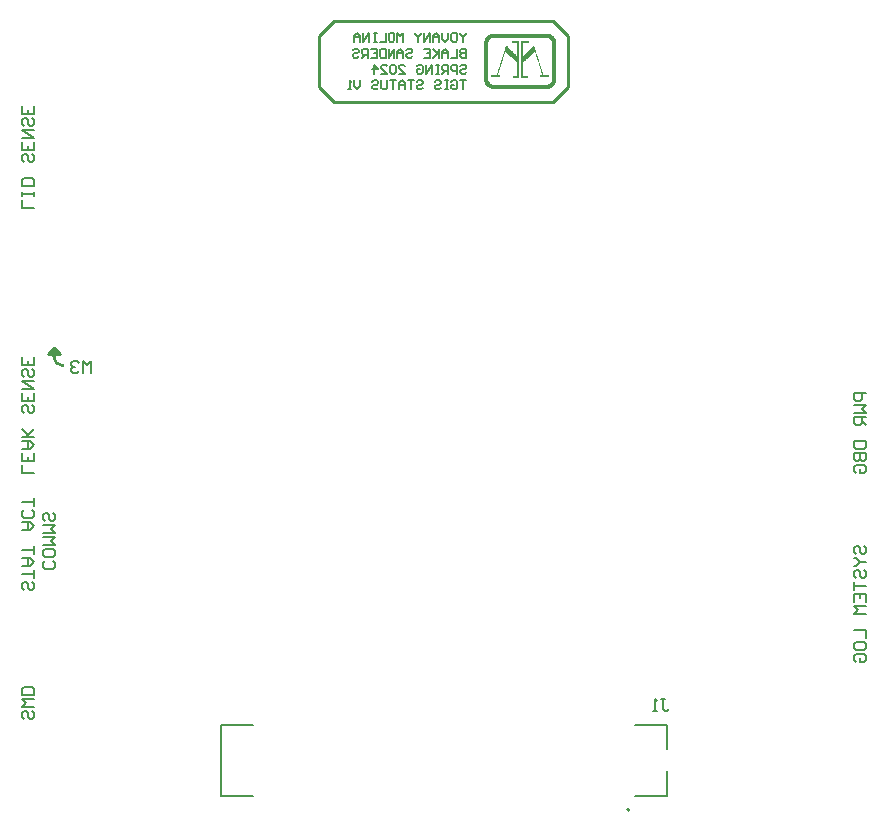
<source format=gbo>
G04*
G04 #@! TF.GenerationSoftware,Altium Limited,Altium Designer,24.2.2 (26)*
G04*
G04 Layer_Color=32896*
%FSLAX44Y44*%
%MOMM*%
G71*
G04*
G04 #@! TF.SameCoordinates,F7EBB540-B4CE-4F1F-BB4A-EDFB59B12267*
G04*
G04*
G04 #@! TF.FilePolarity,Positive*
G04*
G01*
G75*
%ADD10C,0.2000*%
%ADD12C,0.1524*%
%ADD13C,0.2540*%
%ADD14C,0.1270*%
%ADD114C,0.1778*%
%ADD115C,0.1693*%
G36*
X419135Y665620D02*
X419885D01*
Y665370D01*
X420635D01*
Y665120D01*
X421135D01*
Y664870D01*
X421635D01*
Y664620D01*
X421885D01*
Y664370D01*
X422385D01*
Y664120D01*
X422635D01*
Y663870D01*
X422885Y663870D01*
Y663620D01*
X423135D01*
Y663370D01*
X423385D01*
Y663120D01*
X423635D01*
Y662870D01*
X423885D01*
X423885Y662370D01*
X424135D01*
Y662120D01*
X424385D01*
Y661620D01*
X424635D01*
Y661120D01*
X424885D01*
Y660370D01*
X425135D01*
Y659370D01*
X425385D01*
Y625620D01*
X425135D01*
Y624620D01*
X424885Y624620D01*
Y624120D01*
X424635D01*
X424635Y623370D01*
X424385D01*
Y623120D01*
X424135D01*
Y622620D01*
X423885D01*
X423885Y622370D01*
X423635D01*
Y621870D01*
X423385D01*
Y621620D01*
X423135D01*
X423135Y621370D01*
X422885D01*
Y621120D01*
X422635D01*
Y620870D01*
X422135D01*
Y620620D01*
X421885D01*
Y620370D01*
X421385Y620370D01*
Y620120D01*
X420885D01*
Y619870D01*
X420385D01*
Y619620D01*
X419885D01*
X419885Y619370D01*
X418885D01*
Y619120D01*
X370635D01*
Y619370D01*
X369885Y619370D01*
Y619620D01*
X369135Y619620D01*
Y619870D01*
X368635Y619870D01*
Y620120D01*
X368135Y620120D01*
Y620370D01*
X367635D01*
Y620620D01*
X367385D01*
Y620870D01*
X367135D01*
Y621120D01*
X366885D01*
Y621370D01*
X366635D01*
Y621620D01*
X366385D01*
Y621870D01*
X366135Y621870D01*
Y622120D01*
X365885D01*
Y622370D01*
X365635D01*
Y622870D01*
X365385D01*
Y623120D01*
X365135D01*
Y623620D01*
X364885D01*
Y624120D01*
X364635D01*
X364635Y624870D01*
X364385D01*
Y626120D01*
X364135D01*
Y639870D01*
Y640120D01*
Y658870D01*
X364385Y658870D01*
Y660120D01*
X364635D01*
Y660870D01*
X364885D01*
Y661370D01*
X365135D01*
Y661870D01*
X365385D01*
Y662370D01*
X365635D01*
Y662620D01*
X365885D01*
Y662870D01*
X366135D01*
Y663370D01*
X366385D01*
Y663620D01*
X366635D01*
Y663870D01*
X366885D01*
Y664120D01*
X367385Y664120D01*
X367385Y664370D01*
X367635D01*
Y664620D01*
X368135D01*
Y664870D01*
X368385D01*
Y665120D01*
X368885D01*
Y665370D01*
X369635D01*
Y665620D01*
X370385D01*
Y665870D01*
X419135D01*
Y665620D01*
D02*
G37*
G36*
X5080Y394970D02*
X-5080D01*
X-0Y400050D01*
X5080Y394970D01*
D02*
G37*
%LPC*%
G36*
X417635Y662370D02*
X371885D01*
Y662120D01*
X370635D01*
Y661870D01*
X370135D01*
Y661620D01*
X369885D01*
Y661370D01*
X369385D01*
Y661120D01*
X369135D01*
Y660870D01*
X368885D01*
Y660620D01*
X368635D01*
Y660120D01*
X368385D01*
Y659620D01*
X368135D01*
Y659120D01*
X367885D01*
Y625870D01*
X368135D01*
Y625370D01*
X368385D01*
Y624870D01*
X368635D01*
Y624620D01*
X368885D01*
Y624120D01*
X369135D01*
Y623870D01*
X369635D01*
Y623620D01*
X369885D01*
Y623370D01*
X370385D01*
Y623120D01*
X370885D01*
Y622870D01*
X372385D01*
Y622620D01*
X417135D01*
Y622870D01*
X418635D01*
Y623120D01*
X419385D01*
Y623370D01*
X419635D01*
Y623620D01*
X420135D01*
Y623870D01*
X420385D01*
Y624120D01*
X420635D01*
Y624370D01*
X420885D01*
Y624870D01*
X421135D01*
Y625120D01*
X421385D01*
Y625870D01*
X421635D01*
Y627120D01*
X421885D01*
Y657870D01*
X421635D01*
Y659370D01*
X421385D01*
Y659870D01*
X421135D01*
Y660370D01*
X420885D01*
Y660620D01*
X420635D01*
Y660870D01*
X420385D01*
Y661120D01*
X420135D01*
Y661370D01*
X419885D01*
Y661620D01*
X419385D01*
Y661870D01*
X418885D01*
Y662120D01*
X417635D01*
Y662370D01*
D02*
G37*
%LPD*%
G36*
X393885Y628120D02*
X388385D01*
Y629870D01*
X392135D01*
Y641620D01*
X391885D01*
Y641870D01*
X391635D01*
Y642120D01*
X391385D01*
Y642370D01*
X391135D01*
Y642620D01*
X390885D01*
Y642870D01*
X390635D01*
Y643120D01*
X390385D01*
Y643370D01*
X389885D01*
Y643620D01*
X389635D01*
Y643870D01*
X389385D01*
Y644120D01*
X389135D01*
Y644370D01*
X388885D01*
Y644620D01*
X388635D01*
Y644870D01*
X388385D01*
Y645120D01*
X388135Y645120D01*
Y645370D01*
X387885D01*
Y645620D01*
X387635D01*
Y645870D01*
X387135D01*
Y646120D01*
X386885D01*
Y646370D01*
X386635D01*
Y646620D01*
X386385D01*
Y646870D01*
X386135Y646870D01*
Y647120D01*
X385885D01*
Y647370D01*
X385635D01*
Y647620D01*
X385385D01*
Y647870D01*
X385135D01*
X385135Y648120D01*
X384885D01*
X384885Y648370D01*
X384385Y648370D01*
Y648620D01*
X384135D01*
Y648870D01*
X383885D01*
Y649120D01*
X383635D01*
Y649370D01*
X383385D01*
X383385Y649620D01*
X383135D01*
Y649870D01*
X382885D01*
Y650120D01*
X382635D01*
Y650370D01*
X382135D01*
Y649870D01*
X381885D01*
Y649120D01*
X381635D01*
X381635Y648370D01*
X381385D01*
Y647620D01*
X381135D01*
Y646870D01*
X380885Y646870D01*
X380885Y645870D01*
X380635D01*
Y645120D01*
X380385Y645120D01*
Y644370D01*
X380135D01*
X380135Y643620D01*
X379885D01*
Y642870D01*
X379635D01*
Y642120D01*
X379385D01*
Y641370D01*
X379135D01*
Y640370D01*
X378885D01*
Y639620D01*
X378635D01*
Y638870D01*
X378385D01*
X378385Y638120D01*
X378135D01*
Y637370D01*
X377885Y637370D01*
Y636620D01*
X377635D01*
Y635870D01*
X377385Y635870D01*
X377385Y635120D01*
X377135D01*
X377135Y634120D01*
X376885D01*
Y633370D01*
X376635D01*
Y632620D01*
X376385D01*
Y631870D01*
X376135D01*
Y631120D01*
X375885D01*
Y630870D01*
X377635D01*
Y629120D01*
X370385D01*
Y630870D01*
X375135D01*
Y631870D01*
X375385D01*
Y632620D01*
X375635D01*
X375635Y633370D01*
X375885D01*
Y634120D01*
X376135D01*
Y634870D01*
X376385D01*
Y635620D01*
X376635Y635620D01*
Y636370D01*
X376885D01*
Y637120D01*
X377135D01*
X377135Y637870D01*
X377385D01*
X377385Y638620D01*
X377635D01*
X377635Y639620D01*
X377885D01*
Y640370D01*
X378135D01*
Y641120D01*
X378385D01*
Y641870D01*
X378635D01*
Y642620D01*
X378885D01*
Y643370D01*
X379135D01*
Y644120D01*
X379385D01*
Y644870D01*
X379635D01*
Y645870D01*
X379885Y645870D01*
X379885Y646620D01*
X380135D01*
Y647370D01*
X380385D01*
Y648120D01*
X380635D01*
Y648870D01*
X380885D01*
X380885Y649620D01*
X381135D01*
Y650370D01*
X381385D01*
Y651120D01*
X381635D01*
Y651870D01*
X381885D01*
Y652870D01*
X382135D01*
Y653620D01*
X382385D01*
Y654370D01*
X382635D01*
X382635Y655120D01*
X382885D01*
Y655870D01*
X383385D01*
Y655620D01*
X383635D01*
Y655370D01*
X383885D01*
Y655120D01*
X384135D01*
Y654870D01*
X384385D01*
Y654620D01*
X384635D01*
Y654370D01*
X384885D01*
Y654120D01*
X385135D01*
Y653870D01*
X385385Y653870D01*
Y653620D01*
X385635D01*
Y653370D01*
X385885D01*
Y653120D01*
X386135D01*
Y652870D01*
X386385D01*
Y652620D01*
X386635D01*
Y652370D01*
X386885D01*
Y652120D01*
X387135D01*
Y651870D01*
X387385D01*
Y651620D01*
X387635D01*
Y651370D01*
X387885D01*
X387885Y651120D01*
X388135D01*
Y650870D01*
X388385D01*
Y650620D01*
X388635D01*
Y650370D01*
X388885D01*
Y650120D01*
X389135D01*
Y649870D01*
X389385D01*
Y649620D01*
X389635D01*
Y649370D01*
X389885D01*
Y649120D01*
X390135D01*
Y648870D01*
X390385D01*
X390385Y648620D01*
X390635D01*
Y648370D01*
X390885D01*
Y648120D01*
X391135D01*
X391135Y647870D01*
X391385D01*
Y647620D01*
X391635D01*
Y647370D01*
X391885D01*
Y647120D01*
X392135D01*
Y657870D01*
X387635D01*
Y659620D01*
X393885D01*
Y628120D01*
D02*
G37*
G36*
X401885Y657870D02*
X397635D01*
Y657620D01*
X397385D01*
Y647370D01*
X397885D01*
Y647620D01*
X398135D01*
Y647870D01*
X398385D01*
Y648120D01*
X398635D01*
Y648370D01*
X398885D01*
Y648620D01*
X399135D01*
Y648870D01*
X399385D01*
Y649120D01*
X399635D01*
X399635Y649370D01*
X399885Y649370D01*
Y649620D01*
X400135D01*
Y649870D01*
X400385D01*
Y650120D01*
X400635D01*
Y650370D01*
X400885D01*
Y650620D01*
X401135D01*
Y650870D01*
X401385D01*
Y651120D01*
X401635D01*
Y651370D01*
X401885D01*
Y651620D01*
X402135D01*
X402135Y651870D01*
X402385D01*
Y652120D01*
X402635Y652120D01*
Y652370D01*
X402885D01*
Y652620D01*
X403135D01*
Y652870D01*
X403385D01*
Y653120D01*
X403635D01*
Y653370D01*
X403885D01*
Y653620D01*
X404135D01*
Y653870D01*
X404385D01*
Y654120D01*
X404635D01*
Y654370D01*
X404885D01*
X404885Y654620D01*
X405135Y654620D01*
Y654870D01*
X405385D01*
Y655120D01*
X405635D01*
Y655370D01*
X405885D01*
Y655620D01*
X406135D01*
Y655870D01*
X406635D01*
Y655370D01*
X406885D01*
Y654620D01*
X407135D01*
Y653870D01*
X407385D01*
X407385Y652870D01*
X407635Y652870D01*
Y652120D01*
X407885Y652120D01*
Y651370D01*
X408135D01*
Y650620D01*
X408385D01*
Y649870D01*
X408635D01*
X408635Y649120D01*
X408885D01*
Y648370D01*
X409135D01*
X409135Y647620D01*
X409385D01*
Y646870D01*
X409635D01*
Y645870D01*
X409885D01*
Y645120D01*
X410135Y645120D01*
Y644370D01*
X410385Y644370D01*
Y643620D01*
X410635D01*
Y642870D01*
X410885D01*
Y642120D01*
X411135D01*
Y641370D01*
X411385D01*
Y640620D01*
X411635D01*
X411635Y639870D01*
X411885D01*
Y638870D01*
X412135D01*
Y638120D01*
X412385D01*
Y637370D01*
X412635Y637370D01*
Y636620D01*
X412885D01*
Y635870D01*
X413135D01*
X413135Y635120D01*
X413385D01*
X413385Y634370D01*
X413635D01*
Y633620D01*
X413885D01*
Y632870D01*
X414135D01*
Y631870D01*
X414385D01*
Y631120D01*
X414635D01*
Y630870D01*
X419135D01*
Y629120D01*
X411885D01*
Y630870D01*
X413635D01*
Y631370D01*
X413385Y631370D01*
Y632120D01*
X413135D01*
Y632870D01*
X412885Y632870D01*
Y633620D01*
X412635D01*
Y634370D01*
X412385D01*
Y635120D01*
X412135D01*
Y635870D01*
X411885D01*
Y636870D01*
X411635D01*
Y637620D01*
X411385D01*
Y638370D01*
X411135Y638370D01*
Y639120D01*
X410885D01*
Y639870D01*
X410635Y639870D01*
Y640620D01*
X410385D01*
Y641620D01*
X410135Y641620D01*
Y642370D01*
X409885D01*
X409885Y643120D01*
X409635D01*
Y643870D01*
X409385D01*
Y644620D01*
X409135D01*
Y645370D01*
X408885D01*
Y646120D01*
X408635Y646120D01*
Y647120D01*
X408385D01*
Y647870D01*
X408135D01*
Y648620D01*
X407885D01*
Y649370D01*
X407635Y649370D01*
Y650120D01*
X407385D01*
Y650370D01*
X407135D01*
Y650120D01*
X406635D01*
Y649870D01*
X406385D01*
Y649620D01*
X406135D01*
Y649370D01*
X405885D01*
X405885Y649120D01*
X405635D01*
Y648870D01*
X405385D01*
Y648620D01*
X405135D01*
Y648370D01*
X404885Y648370D01*
Y648120D01*
X404635D01*
Y647870D01*
X404385D01*
Y647620D01*
X403885D01*
Y647370D01*
X403635D01*
Y647120D01*
X403385D01*
Y646870D01*
X403135D01*
Y646620D01*
X402885D01*
Y646370D01*
X402635D01*
Y646120D01*
X402385D01*
Y645870D01*
X402135D01*
Y645620D01*
X401885D01*
Y645370D01*
X401635D01*
Y645120D01*
X401135D01*
Y644870D01*
X400885D01*
Y644620D01*
X400635D01*
Y644370D01*
X400385D01*
Y644120D01*
X400135D01*
Y643870D01*
X399885D01*
Y643620D01*
X399635D01*
X399635Y643370D01*
X399385D01*
Y643120D01*
X399135D01*
Y642870D01*
X398885D01*
Y642620D01*
X398385D01*
Y642370D01*
X398135Y642370D01*
Y642120D01*
X397885D01*
Y641870D01*
X397635D01*
Y641620D01*
X397385D01*
Y630120D01*
X397635Y630120D01*
Y629870D01*
X401135D01*
Y628120D01*
X395635Y628120D01*
Y628870D01*
Y629120D01*
Y659620D01*
X401885D01*
Y657870D01*
D02*
G37*
D10*
X487200Y8800D02*
G03*
X487200Y8800I-1000J0D01*
G01*
D12*
X678857Y225200D02*
X677164Y226893D01*
Y230278D01*
X678857Y231971D01*
X680550D01*
X682242Y230278D01*
Y226893D01*
X683935Y225200D01*
X685628D01*
X687321Y226893D01*
Y230278D01*
X685628Y231971D01*
X677164Y221814D02*
X678857D01*
X682242Y218428D01*
X678857Y215043D01*
X677164D01*
X682242Y218428D02*
X687321D01*
X678857Y204886D02*
X677164Y206579D01*
Y209965D01*
X678857Y211657D01*
X680550D01*
X682242Y209965D01*
Y206579D01*
X683935Y204886D01*
X685628D01*
X687321Y206579D01*
Y209965D01*
X685628Y211657D01*
X677164Y201501D02*
Y194729D01*
Y198115D01*
X687321D01*
X677164Y184573D02*
Y191344D01*
X687321D01*
Y184573D01*
X682242Y191344D02*
Y187958D01*
X687321Y181187D02*
X677164D01*
X680550Y177802D01*
X677164Y174416D01*
X687321D01*
X677164Y160874D02*
X687321D01*
Y154103D01*
X677164Y145639D02*
Y149024D01*
X678857Y150717D01*
X685628D01*
X687321Y149024D01*
Y145639D01*
X685628Y143946D01*
X678857D01*
X677164Y145639D01*
X678857Y133789D02*
X677164Y135482D01*
Y138868D01*
X678857Y140560D01*
X685628D01*
X687321Y138868D01*
Y135482D01*
X685628Y133789D01*
X682242D01*
Y137175D01*
X-16764Y518174D02*
X-26921D01*
Y524945D01*
X-16764Y528331D02*
Y531716D01*
Y530023D01*
X-26921D01*
Y528331D01*
Y531716D01*
X-16764Y536795D02*
X-26921D01*
Y541873D01*
X-25228Y543566D01*
X-18457D01*
X-16764Y541873D01*
Y536795D01*
X-18457Y563879D02*
X-16764Y562186D01*
Y558801D01*
X-18457Y557108D01*
X-20150D01*
X-21842Y558801D01*
Y562186D01*
X-23535Y563879D01*
X-25228D01*
X-26921Y562186D01*
Y558801D01*
X-25228Y557108D01*
X-16764Y574036D02*
Y567265D01*
X-26921D01*
Y574036D01*
X-21842Y567265D02*
Y570650D01*
X-26921Y577421D02*
X-16764D01*
X-26921Y584193D01*
X-16764D01*
X-18457Y594349D02*
X-16764Y592657D01*
Y589271D01*
X-18457Y587578D01*
X-20150D01*
X-21842Y589271D01*
Y592657D01*
X-23535Y594349D01*
X-25228D01*
X-26921Y592657D01*
Y589271D01*
X-25228Y587578D01*
X-16764Y604506D02*
Y597735D01*
X-26921D01*
Y604506D01*
X-21842Y597735D02*
Y601120D01*
X-16764Y293809D02*
X-26921D01*
Y300580D01*
X-16764Y310737D02*
Y303966D01*
X-26921D01*
Y310737D01*
X-21842Y303966D02*
Y307351D01*
X-26921Y314123D02*
X-20150D01*
X-16764Y317508D01*
X-20150Y320894D01*
X-26921D01*
X-21842D01*
Y314123D01*
X-16764Y324279D02*
X-26921D01*
X-23535D01*
X-16764Y331050D01*
X-21842Y325972D01*
X-26921Y331050D01*
X-18457Y351364D02*
X-16764Y349671D01*
Y346286D01*
X-18457Y344593D01*
X-20150D01*
X-21842Y346286D01*
Y349671D01*
X-23535Y351364D01*
X-25228D01*
X-26921Y349671D01*
Y346286D01*
X-25228Y344593D01*
X-16764Y361521D02*
Y354749D01*
X-26921D01*
Y361521D01*
X-21842Y354749D02*
Y358135D01*
X-26921Y364906D02*
X-16764D01*
X-26921Y371677D01*
X-16764D01*
X-18457Y381834D02*
X-16764Y380141D01*
Y376756D01*
X-18457Y375063D01*
X-20150D01*
X-21842Y376756D01*
Y380141D01*
X-23535Y381834D01*
X-25228D01*
X-26921Y380141D01*
Y376756D01*
X-25228Y375063D01*
X-16764Y391991D02*
Y385220D01*
X-26921D01*
Y391991D01*
X-21842Y385220D02*
Y388605D01*
X-18457Y92289D02*
X-16764Y90596D01*
Y87211D01*
X-18457Y85518D01*
X-20150D01*
X-21842Y87211D01*
Y90596D01*
X-23535Y92289D01*
X-25228D01*
X-26921Y90596D01*
Y87211D01*
X-25228Y85518D01*
X-16764Y95674D02*
X-26921D01*
X-23535Y99060D01*
X-26921Y102445D01*
X-16764D01*
Y105831D02*
X-26921D01*
Y110910D01*
X-25228Y112602D01*
X-18457D01*
X-16764Y110910D01*
Y105831D01*
X687321Y361516D02*
X677164D01*
Y356437D01*
X678857Y354745D01*
X682242D01*
X683935Y356437D01*
Y361516D01*
X677164Y351359D02*
X687321D01*
X683935Y347974D01*
X687321Y344588D01*
X677164D01*
X687321Y341202D02*
X677164D01*
Y336124D01*
X678857Y334431D01*
X682242D01*
X683935Y336124D01*
Y341202D01*
Y337817D02*
X687321Y334431D01*
X677164Y320889D02*
X687321D01*
Y315811D01*
X685628Y314118D01*
X678857D01*
X677164Y315811D01*
Y320889D01*
Y310732D02*
X687321D01*
Y305654D01*
X685628Y303961D01*
X683935D01*
X682242Y305654D01*
Y310732D01*
Y305654D01*
X680550Y303961D01*
X678857D01*
X677164Y305654D01*
Y310732D01*
X678857Y293804D02*
X677164Y295497D01*
Y298883D01*
X678857Y300575D01*
X685628D01*
X687321Y298883D01*
Y295497D01*
X685628Y293804D01*
X682242D01*
Y297190D01*
X-26921Y245538D02*
X-20150D01*
X-16764Y248923D01*
X-20150Y252309D01*
X-26921D01*
X-21842D01*
Y245538D01*
X-18457Y262465D02*
X-16764Y260773D01*
Y257387D01*
X-18457Y255694D01*
X-25228D01*
X-26921Y257387D01*
Y260773D01*
X-25228Y262465D01*
X-16764Y265851D02*
Y272622D01*
Y269237D01*
X-26921D01*
X-18457Y201511D02*
X-16764Y199818D01*
Y196432D01*
X-18457Y194739D01*
X-20150D01*
X-21842Y196432D01*
Y199818D01*
X-23535Y201511D01*
X-25228D01*
X-26921Y199818D01*
Y196432D01*
X-25228Y194739D01*
X-16764Y204896D02*
Y211667D01*
Y208282D01*
X-26921D01*
Y215053D02*
X-20150D01*
X-16764Y218438D01*
X-20150Y221824D01*
X-26921D01*
X-21842D01*
Y215053D01*
X-16764Y225210D02*
Y231981D01*
Y228595D01*
X-26921D01*
X-677Y219292D02*
X1016Y217599D01*
Y214214D01*
X-677Y212521D01*
X-7448D01*
X-9141Y214214D01*
Y217599D01*
X-7448Y219292D01*
X1016Y227756D02*
Y224370D01*
X-677Y222678D01*
X-7448D01*
X-9141Y224370D01*
Y227756D01*
X-7448Y229449D01*
X-677D01*
X1016Y227756D01*
X-9141Y232834D02*
X1016D01*
X-2370Y236220D01*
X1016Y239606D01*
X-9141D01*
Y242991D02*
X1016D01*
X-2370Y246377D01*
X1016Y249762D01*
X-9141D01*
X-677Y259919D02*
X1016Y258226D01*
Y254841D01*
X-677Y253148D01*
X-2370D01*
X-4062Y254841D01*
Y258226D01*
X-5755Y259919D01*
X-7448D01*
X-9141Y258226D01*
Y254841D01*
X-7448Y253148D01*
X513675Y102359D02*
X517060D01*
X515368D01*
Y93895D01*
X517060Y92202D01*
X518753D01*
X520446Y93895D01*
X510289Y92202D02*
X506904D01*
X508596D01*
Y102359D01*
X510289Y100666D01*
D13*
X-0Y392430D02*
G03*
X7620Y384810I7620J0D01*
G01*
X-5080Y394970D02*
X5080D01*
X-0Y400050D02*
X5080Y394970D01*
X-0Y392430D02*
Y394970D01*
X-5080D02*
X-0Y400050D01*
X224790Y621030D02*
X224790Y664210D01*
X237490Y608330D02*
X422910Y608330D01*
X224790Y621030D02*
X237490Y608330D01*
X224790Y664210D02*
X237490Y676910D01*
X422910D02*
X435610Y664210D01*
X435610Y621030D01*
X237490Y676910D02*
X422910Y676910D01*
Y608330D02*
X435610Y621030D01*
D14*
X141200Y20800D02*
Y80800D01*
X491900D02*
X519200D01*
X141200D02*
X168500D01*
X519200Y60000D02*
Y80800D01*
Y20800D02*
Y41600D01*
X491900Y20800D02*
X519200D01*
X141200D02*
X168500D01*
D114*
X349367Y666541D02*
Y665272D01*
X346827Y662732D01*
X344288Y665272D01*
Y666541D01*
X346827Y662732D02*
Y658924D01*
X337940Y666541D02*
X340480D01*
X341749Y665272D01*
Y660193D01*
X340480Y658924D01*
X337940D01*
X336671Y660193D01*
Y665272D01*
X337940Y666541D01*
X334132D02*
Y661463D01*
X331592Y658924D01*
X329053Y661463D01*
Y666541D01*
X326514Y658924D02*
Y664002D01*
X323975Y666541D01*
X321436Y664002D01*
Y658924D01*
Y662732D01*
X326514D01*
X318896Y658924D02*
Y666541D01*
X313818Y658924D01*
Y666541D01*
X311279D02*
Y665272D01*
X308740Y662732D01*
X306201Y665272D01*
Y666541D01*
X308740Y662732D02*
Y658924D01*
X296044D02*
Y666541D01*
X293505Y664002D01*
X290965Y666541D01*
Y658924D01*
X284618Y666541D02*
X287157D01*
X288426Y665272D01*
Y660193D01*
X287157Y658924D01*
X284618D01*
X283348Y660193D01*
Y665272D01*
X284618Y666541D01*
X280809D02*
Y658924D01*
X275730D01*
X273191Y666541D02*
X270652D01*
X271922D01*
Y658924D01*
X273191D01*
X270652D01*
X266843D02*
Y666541D01*
X261765Y658924D01*
Y666541D01*
X259226Y658924D02*
Y664002D01*
X256687Y666541D01*
X254147Y664002D01*
Y658924D01*
Y662732D01*
X259226D01*
X349367Y653133D02*
Y645515D01*
X345558D01*
X344288Y646785D01*
Y648055D01*
X345558Y649324D01*
X349367D01*
X345558D01*
X344288Y650594D01*
Y651863D01*
X345558Y653133D01*
X349367D01*
X341749D02*
Y645515D01*
X336671D01*
X334132D02*
Y650594D01*
X331592Y653133D01*
X329053Y650594D01*
Y645515D01*
Y649324D01*
X334132D01*
X326514Y653133D02*
Y645515D01*
Y648055D01*
X321436Y653133D01*
X325244Y649324D01*
X321436Y645515D01*
X313818Y653133D02*
X318896D01*
Y645515D01*
X313818D01*
X318896Y649324D02*
X316357D01*
X298583Y651863D02*
X299853Y653133D01*
X302392D01*
X303661Y651863D01*
Y650594D01*
X302392Y649324D01*
X299853D01*
X298583Y648055D01*
Y646785D01*
X299853Y645515D01*
X302392D01*
X303661Y646785D01*
X296044Y645515D02*
Y650594D01*
X293505Y653133D01*
X290965Y650594D01*
Y645515D01*
Y649324D01*
X296044D01*
X288426Y645515D02*
Y653133D01*
X283348Y645515D01*
Y653133D01*
X280809D02*
Y645515D01*
X277000D01*
X275730Y646785D01*
Y651863D01*
X277000Y653133D01*
X280809D01*
X268113D02*
X273191D01*
Y645515D01*
X268113D01*
X273191Y649324D02*
X270652D01*
X265574Y645515D02*
Y653133D01*
X261765D01*
X260495Y651863D01*
Y649324D01*
X261765Y648055D01*
X265574D01*
X263034D02*
X260495Y645515D01*
X252878Y651863D02*
X254147Y653133D01*
X256687D01*
X257956Y651863D01*
Y650594D01*
X256687Y649324D01*
X254147D01*
X252878Y648055D01*
Y646785D01*
X254147Y645515D01*
X256687D01*
X257956Y646785D01*
X344288Y638455D02*
X345558Y639725D01*
X348097D01*
X349367Y638455D01*
Y637186D01*
X348097Y635916D01*
X345558D01*
X344288Y634646D01*
Y633377D01*
X345558Y632107D01*
X348097D01*
X349367Y633377D01*
X341749Y632107D02*
Y639725D01*
X337940D01*
X336671Y638455D01*
Y635916D01*
X337940Y634646D01*
X341749D01*
X334132Y632107D02*
Y639725D01*
X330323D01*
X329053Y638455D01*
Y635916D01*
X330323Y634646D01*
X334132D01*
X331592D02*
X329053Y632107D01*
X326514Y639725D02*
X323975D01*
X325244D01*
Y632107D01*
X326514D01*
X323975D01*
X320166D02*
Y639725D01*
X315088Y632107D01*
Y639725D01*
X307470Y638455D02*
X308740Y639725D01*
X311279D01*
X312549Y638455D01*
Y633377D01*
X311279Y632107D01*
X308740D01*
X307470Y633377D01*
Y635916D01*
X310009D01*
X292235Y632107D02*
X297313D01*
X292235Y637186D01*
Y638455D01*
X293505Y639725D01*
X296044D01*
X297313Y638455D01*
X289696D02*
X288426Y639725D01*
X285887D01*
X284618Y638455D01*
Y633377D01*
X285887Y632107D01*
X288426D01*
X289696Y633377D01*
Y638455D01*
X277000Y632107D02*
X282078D01*
X277000Y637186D01*
Y638455D01*
X278270Y639725D01*
X280809D01*
X282078Y638455D01*
X270652Y632107D02*
Y639725D01*
X274461Y635916D01*
X269382D01*
X349367Y626316D02*
X344288D01*
X346827D01*
Y618699D01*
X336671Y625047D02*
X337940Y626316D01*
X340480D01*
X341749Y625047D01*
Y619968D01*
X340480Y618699D01*
X337940D01*
X336671Y619968D01*
Y622508D01*
X339210D01*
X334132Y626316D02*
X331592D01*
X332862D01*
Y618699D01*
X334132D01*
X331592D01*
X322705Y625047D02*
X323975Y626316D01*
X326514D01*
X327784Y625047D01*
Y623777D01*
X326514Y622508D01*
X323975D01*
X322705Y621238D01*
Y619968D01*
X323975Y618699D01*
X326514D01*
X327784Y619968D01*
X307470Y625047D02*
X308740Y626316D01*
X311279D01*
X312549Y625047D01*
Y623777D01*
X311279Y622508D01*
X308740D01*
X307470Y621238D01*
Y619968D01*
X308740Y618699D01*
X311279D01*
X312549Y619968D01*
X304931Y626316D02*
X299853D01*
X302392D01*
Y618699D01*
X297313D02*
Y623777D01*
X294774Y626316D01*
X292235Y623777D01*
Y618699D01*
Y622508D01*
X297313D01*
X289696Y626316D02*
X284618D01*
X287157D01*
Y618699D01*
X282078Y626316D02*
Y619968D01*
X280809Y618699D01*
X278270D01*
X277000Y619968D01*
Y626316D01*
X269382Y625047D02*
X270652Y626316D01*
X273191D01*
X274461Y625047D01*
Y623777D01*
X273191Y622508D01*
X270652D01*
X269382Y621238D01*
Y619968D01*
X270652Y618699D01*
X273191D01*
X274461Y619968D01*
X259226Y626316D02*
Y621238D01*
X256687Y618699D01*
X254147Y621238D01*
Y626316D01*
X251608Y618699D02*
X249069D01*
X250339D01*
Y626316D01*
X251608Y625047D01*
D115*
X31327Y378883D02*
Y389040D01*
X27941Y385654D01*
X24555Y389040D01*
Y378883D01*
X21170Y387347D02*
X19477Y389040D01*
X16092D01*
X14399Y387347D01*
Y385654D01*
X16092Y383962D01*
X17784D01*
X16092D01*
X14399Y382269D01*
Y380576D01*
X16092Y378883D01*
X19477D01*
X21170Y380576D01*
M02*

</source>
